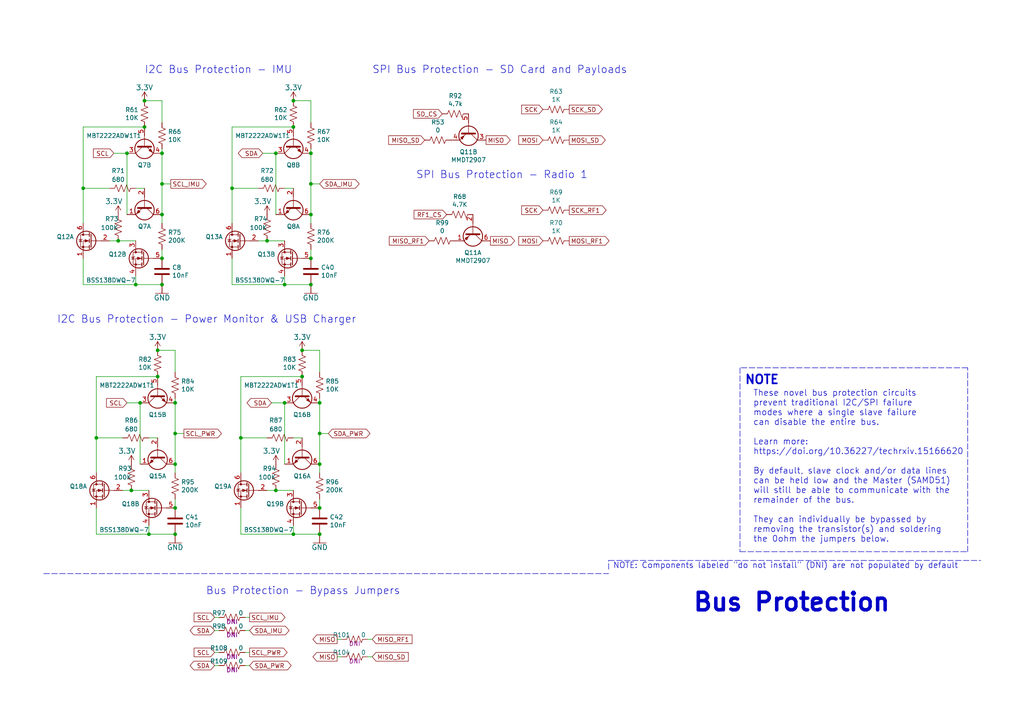
<source format=kicad_sch>
(kicad_sch (version 20211123) (generator eeschema)
  (paper "A4")
  (title_block (title "PyCubed Mainboard") (date "2021-06-09") (rev "v05c") (company "Max Holliday"))
  (lib_symbols
    (symbol "Device:C" (pin_numbers hide) (pin_names (offset 0.254))
      (property "Reference" "C" (at 0.635 2.54 0))
      (property "Value" "C" (at 0.635 -2.54 0))
      (symbol "C_0_1"
        (polyline (pts (xy -2.032 -0.762) (xy 2.032 -0.762)) (stroke (width 0.508)))
        (polyline (pts (xy -2.032 0.762) (xy 2.032 0.762)) (stroke (width 0.508)))
      )
      (symbol "C_1_1"
        (pin passive line (at 0 3.81 270) (length 2.794) (name "~") (number "1"))
        (pin passive line (at 0 -3.81 90) (length 2.794) (name "~") (number "2"))
      )
    )
    (symbol "Device:R_US" (pin_numbers hide) (pin_names (offset 0))
      (property "Reference" "R" (at 2.54 0 90))
      (property "Value" "R_US" (at -2.54 0 90))
      (symbol "R_US_0_1"
        (polyline (pts (xy 0 -2.286) (xy 0 -2.54)))
        (polyline (pts (xy 0 2.286) (xy 0 2.54)))
        (polyline (pts (xy 0 -0.762) (xy 1.016 -1.143) (xy 0 -1.524) (xy -1.016 -1.905) (xy 0 -2.286)))
        (polyline (pts (xy 0 0.762) (xy 1.016 0.381) (xy 0 0) (xy -1.016 -0.381) (xy 0 -0.762)))
        (polyline (pts (xy 0 2.286) (xy 1.016 1.905) (xy 0 1.524) (xy -1.016 1.143) (xy 0 0.762)))
      )
      (symbol "R_US_1_1"
        (pin passive line (at 0 3.81 270) (length 1.27) (name "~") (number "1"))
        (pin passive line (at 0 -3.81 90) (length 1.27) (name "~") (number "2"))
      )
    )
    (symbol "Transistor_BJT:MBT2222ADW1T1" (pin_names (offset 0) hide)
      (property "Reference" "Q" (at 5.08 1.27 0))
      (property "Value" "MBT2222ADW1T1" (at 5.08 -1.27 0))
      (symbol "MBT2222ADW1T1_0_1"
        (polyline (pts (xy 0.635 0) (xy -2.54 0)))
        (polyline (pts (xy 0.635 0.635) (xy 2.54 2.54)))
        (polyline (pts (xy 0.635 -0.635) (xy 2.54 -2.54) (xy 2.54 -2.54)))
        (polyline (pts (xy 0.635 1.905) (xy 0.635 -1.905) (xy 0.635 -1.905)) (stroke (width 0.508)))
        (polyline (pts (xy 1.27 -1.778) (xy 1.778 -1.27) (xy 2.286 -2.286) (xy 1.27 -1.778) (xy 1.27 -1.778)) (fill (type outline)))
        (circle (center 1.27 0) (radius 2.8194) (stroke (width 0.254)))
      )
      (symbol "MBT2222ADW1T1_1_1"
        (pin passive line (at 2.54 -5.08 90) (length 2.54) (name "E1") (number "1"))
        (pin input line (at -5.08 0 0) (length 2.54) (name "B1") (number "2"))
        (pin passive line (at 2.54 5.08 270) (length 2.54) (name "C1") (number "6"))
      )
      (symbol "MBT2222ADW1T1_2_1"
        (pin passive line (at 2.54 5.08 270) (length 2.54) (name "C2") (number "3"))
        (pin passive line (at 2.54 -5.08 90) (length 2.54) (name "E2") (number "4"))
        (pin input line (at -5.08 0 0) (length 2.54) (name "B2") (number "5"))
      )
    )
    (symbol "mainboard:3.3V" (power) (pin_names (offset 1.016))
      (property "Value" "3.3V" (at -1.016 3.556 0))
      (symbol "3.3V_1_0"
        (polyline (pts (xy 0 2.54) (xy -0.762 1.27)))
        (polyline (pts (xy 0.762 1.27) (xy 0 2.54)))
        (pin power_in line (at 0 0 90) (length 2.54) (name "3.3V") (number "1"))
      )
    )
    (symbol "mainboard:BSS138DWQ-7" (pin_names (offset 0.762) hide)
      (property "Reference" "Q" (at -2.54 5.08 0))
      (property "Value" "BSS138DWQ-7" (at 3.81 6.35 0))
      (symbol "BSS138DWQ-7_1_1"
        (polyline (pts (xy -1.016 0) (xy -3.81 0)))
        (polyline (pts (xy -1.016 1.905) (xy -1.016 -1.905)) (stroke (width 0.254)))
        (polyline (pts (xy -0.508 -1.27) (xy -0.508 -2.286)) (stroke (width 0.254)))
        (polyline (pts (xy -0.508 0.508) (xy -0.508 -0.508)) (stroke (width 0.254)))
        (polyline (pts (xy -0.508 2.286) (xy -0.508 1.27)) (stroke (width 0.254)))
        (polyline (pts (xy 1.27 2.54) (xy 1.27 1.778)))
        (polyline (pts (xy 1.27 -2.54) (xy 1.27 0) (xy -0.508 0)))
        (polyline (pts (xy -0.508 -1.778) (xy 2.032 -1.778) (xy 2.032 1.778) (xy -0.508 1.778)))
        (polyline (pts (xy -0.254 0) (xy 0.762 0.381) (xy 0.762 -0.381) (xy -0.254 0)) (fill (type outline)))
        (polyline (pts (xy 1.524 0.508) (xy 1.651 0.381) (xy 2.413 0.381) (xy 2.54 0.254)))
        (polyline (pts (xy 2.032 0.381) (xy 1.651 -0.254) (xy 2.413 -0.254) (xy 2.032 0.381)))
        (circle (center 0.381 0) (radius 2.794) (stroke (width 0.254)))
        (circle (center 1.27 -1.778) (radius 0.254) (fill (type outline)))
        (circle (center 1.27 1.778) (radius 0.254) (fill (type outline)))
        (pin passive line (at 1.27 -5.08 90) (length 2.54) (name "S2") (number "1"))
        (pin input line (at -6.35 0 0) (length 2.54) (name "G2") (number "2"))
        (pin passive line (at 1.27 5.08 270) (length 2.54) (name "D1") (number "6"))
      )
      (symbol "BSS138DWQ-7_2_1"
        (polyline (pts (xy -1.016 0) (xy -3.81 0)))
        (polyline (pts (xy -1.016 1.905) (xy -1.016 -1.905)) (stroke (width 0.254)))
        (polyline (pts (xy -0.508 -1.27) (xy -0.508 -2.286)) (stroke (width 0.254)))
        (polyline (pts (xy -0.508 0.508) (xy -0.508 -0.508)) (stroke (width 0.254)))
        (polyline (pts (xy -0.508 2.286) (xy -0.508 1.27)) (stroke (width 0.254)))
        (polyline (pts (xy 1.27 2.54) (xy 1.27 1.778)))
        (polyline (pts (xy 1.27 -2.54) (xy 1.27 0) (xy -0.508 0)))
        (polyline (pts (xy -0.508 -1.778) (xy 2.032 -1.778) (xy 2.032 1.778) (xy -0.508 1.778)))
        (polyline (pts (xy -0.254 0) (xy 0.762 0.381) (xy 0.762 -0.381) (xy -0.254 0)) (fill (type outline)))
        (polyline (pts (xy 1.524 0.508) (xy 1.651 0.381) (xy 2.413 0.381) (xy 2.54 0.254)))
        (polyline (pts (xy 2.032 0.381) (xy 1.651 -0.254) (xy 2.413 -0.254) (xy 2.032 0.381)))
        (circle (center 0.381 0) (radius 2.794) (stroke (width 0.254)))
        (circle (center 1.27 -1.778) (radius 0.254) (fill (type outline)))
        (circle (center 1.27 1.778) (radius 0.254) (fill (type outline)))
        (pin passive line (at 1.27 5.08 270) (length 2.54) (name "D2") (number "3"))
        (pin passive line (at 1.27 -5.08 90) (length 2.54) (name "S1") (number "4"))
        (pin input line (at -6.35 0 0) (length 2.54) (name "G1") (number "5"))
      )
    )
    (symbol "mainboard:GND" (power) (pin_names (offset 1.016))
      (property "Value" "GND" (at -2.54 -2.54 0))
      (symbol "GND_1_0"
        (polyline (pts (xy -1.905 0) (xy 1.905 0)))
        (pin power_in line (at 0 2.54 270) (length 2.54) (name "GND") (number "1"))
      )
    )
    (symbol "mainboard:MMDT2907" (pin_names (offset 0) hide)
      (property "Reference" "Q" (at 5.08 1.27 0))
      (property "Value" "MMDT2907" (at 5.08 -1.27 0))
      (symbol "MMDT2907_0_1"
        (polyline (pts (xy 0.635 0) (xy -2.54 0)))
        (polyline (pts (xy 0.635 0.635) (xy 2.54 2.54)))
        (polyline (pts (xy 0.635 -0.635) (xy 2.54 -2.54) (xy 2.54 -2.54)))
        (polyline (pts (xy 0.635 1.905) (xy 0.635 -1.905) (xy 0.635 -1.905)) (stroke (width 0.508)))
        (polyline (pts (xy 2.286 -1.778) (xy 1.778 -2.286) (xy 1.27 -1.27) (xy 2.286 -1.778) (xy 2.286 -1.778)) (fill (type outline)))
        (circle (center 1.27 0) (radius 2.8194) (stroke (width 0.254)))
      )
      (symbol "MMDT2907_1_1"
        (pin passive line (at 2.54 -5.08 90) (length 2.54) (name "E1") (number "1"))
        (pin input line (at -5.08 0 0) (length 2.54) (name "B1") (number "2"))
        (pin passive line (at 2.54 5.08 270) (length 2.54) (name "C1") (number "6"))
      )
      (symbol "MMDT2907_2_1"
        (pin passive line (at 2.54 5.08 270) (length 2.54) (name "C2") (number "3"))
        (pin passive line (at 2.54 -5.08 90) (length 2.54) (name "E2") (number "4"))
        (pin input line (at -5.08 0 0) (length 2.54) (name "B2") (number "5"))
      )
    )
  )
  (junction (at 92.71 125.73))
  (junction (at 50.8 154.94))
  (junction (at 50.8 116.84))
  (junction (at 92.71 116.84))
  (junction (at 92.71 147.32))
  (junction (at 46.99 44.45))
  (junction (at 41.91 29.21))
  (junction (at 38.1 142.24))
  (junction (at 46.99 53.34))
  (junction (at 80.01 142.24))
  (junction (at 92.71 154.94))
  (junction (at 50.8 125.73))
  (junction (at 90.17 82.55))
  (junction (at 46.99 62.23))
  (junction (at 34.29 69.85))
  (junction (at 87.63 109.22))
  (junction (at 46.99 82.55))
  (junction (at 92.71 134.62))
  (junction (at 87.63 101.6))
  (junction (at 77.47 69.85))
  (junction (at 46.99 74.93))
  (junction (at 69.85 127))
  (junction (at 82.55 116.84))
  (junction (at 85.09 36.83))
  (junction (at 67.31 54.61))
  (junction (at 40.64 116.84))
  (junction (at 90.17 62.23))
  (junction (at 45.72 101.6))
  (junction (at 41.91 36.83))
  (junction (at 45.72 109.22))
  (junction (at 90.17 44.45))
  (junction (at 50.8 134.62))
  (junction (at 85.09 29.21))
  (junction (at 85.09 154.94))
  (junction (at 90.17 53.34))
  (junction (at 36.83 44.45))
  (junction (at 80.01 44.45))
  (junction (at 39.37 82.55))
  (junction (at 24.13 54.61))
  (junction (at 43.18 154.94))
  (junction (at 50.8 147.32))
  (junction (at 82.55 82.55))
  (junction (at 27.94 127))
  (junction (at 90.17 74.93))
  (wire (pts (xy 67.31 36.83) (xy 85.09 36.83)))
  (polyline (pts (xy 176.53 165.1) (xy 176.53 162.56)))
  (wire (pts (xy 67.31 64.77) (xy 67.31 54.61)))
  (wire (pts (xy 92.71 101.6) (xy 87.63 101.6)))
  (wire (pts (xy 107.95 185.42) (xy 106.68 185.42)))
  (wire (pts (xy 50.8 137.16) (xy 50.8 134.62)))
  (wire (pts (xy 46.99 29.21) (xy 41.91 29.21)))
  (wire (pts (xy 69.85 137.16) (xy 69.85 127)))
  (wire (pts (xy 50.8 134.62) (xy 50.8 125.73)))
  (wire (pts (xy 46.99 35.56) (xy 46.99 29.21)))
  (wire (pts (xy 80.01 44.45) (xy 80.01 62.23)))
  (wire (pts (xy 38.1 142.24) (xy 35.56 142.24)))
  (wire (pts (xy 107.95 190.5) (xy 106.68 190.5)))
  (wire (pts (xy 92.71 144.78) (xy 92.71 147.32)))
  (wire (pts (xy 72.39 182.88) (xy 71.12 182.88)))
  (wire (pts (xy 36.83 116.84) (xy 40.64 116.84)))
  (wire (pts (xy 24.13 82.55) (xy 39.37 82.55)))
  (wire (pts (xy 85.09 54.61) (xy 82.55 54.61)))
  (wire (pts (xy 85.09 152.4) (xy 85.09 154.94)))
  (wire (pts (xy 27.94 137.16) (xy 27.94 127)))
  (wire (pts (xy 33.02 44.45) (xy 36.83 44.45)))
  (wire (pts (xy 27.94 127) (xy 27.94 109.22)))
  (wire (pts (xy 24.13 74.93) (xy 24.13 82.55)))
  (wire (pts (xy 90.17 29.21) (xy 85.09 29.21)))
  (wire (pts (xy 72.39 193.04) (xy 71.12 193.04)))
  (wire (pts (xy 39.37 69.85) (xy 34.29 69.85)))
  (wire (pts (xy 92.71 53.34) (xy 90.17 53.34)))
  (wire (pts (xy 46.99 64.77) (xy 46.99 62.23)))
  (wire (pts (xy 34.29 69.85) (xy 31.75 69.85)))
  (wire (pts (xy 36.83 44.45) (xy 36.83 62.23)))
  (wire (pts (xy 62.23 193.04) (xy 63.5 193.04)))
  (wire (pts (xy 80.01 142.24) (xy 77.47 142.24)))
  (wire (pts (xy 90.17 35.56) (xy 90.17 29.21)))
  (wire (pts (xy 82.55 82.55) (xy 90.17 82.55)))
  (wire (pts (xy 85.09 142.24) (xy 80.01 142.24)))
  (polyline (pts (xy 280.67 160.02) (xy 280.67 106.68)))
  (wire (pts (xy 45.72 127) (xy 43.18 127)))
  (wire (pts (xy 90.17 43.18) (xy 90.17 44.45)))
  (polyline (pts (xy 280.67 106.68) (xy 214.63 106.68)))
  (wire (pts (xy 69.85 127) (xy 69.85 109.22)))
  (wire (pts (xy 69.85 127) (xy 77.47 127)))
  (wire (pts (xy 97.79 190.5) (xy 99.06 190.5)))
  (wire (pts (xy 62.23 182.88) (xy 63.5 182.88)))
  (wire (pts (xy 69.85 109.22) (xy 87.63 109.22)))
  (wire (pts (xy 90.17 62.23) (xy 90.17 53.34)))
  (wire (pts (xy 43.18 142.24) (xy 38.1 142.24)))
  (wire (pts (xy 50.8 144.78) (xy 50.8 147.32)))
  (polyline (pts (xy 176.53 162.56) (xy 284.48 162.56)))
  (wire (pts (xy 39.37 82.55) (xy 46.99 82.55)))
  (wire (pts (xy 82.55 80.01) (xy 82.55 82.55)))
  (wire (pts (xy 46.99 72.39) (xy 46.99 74.93)))
  (wire (pts (xy 24.13 54.61) (xy 31.75 54.61)))
  (wire (pts (xy 77.47 69.85) (xy 74.93 69.85)))
  (wire (pts (xy 76.2 44.45) (xy 80.01 44.45)))
  (polyline (pts (xy 214.63 106.68) (xy 214.63 160.02)))
  (wire (pts (xy 90.17 53.34) (xy 90.17 44.45)))
  (wire (pts (xy 92.71 107.95) (xy 92.71 101.6)))
  (wire (pts (xy 46.99 43.18) (xy 46.99 44.45)))
  (wire (pts (xy 46.99 53.34) (xy 46.99 44.45)))
  (wire (pts (xy 90.17 64.77) (xy 90.17 62.23)))
  (wire (pts (xy 50.8 115.57) (xy 50.8 116.84)))
  (wire (pts (xy 97.79 185.42) (xy 99.06 185.42)))
  (wire (pts (xy 40.64 116.84) (xy 40.64 134.62)))
  (wire (pts (xy 67.31 54.61) (xy 67.31 36.83)))
  (wire (pts (xy 72.39 189.23) (xy 71.12 189.23)))
  (wire (pts (xy 62.23 179.07) (xy 63.5 179.07)))
  (wire (pts (xy 92.71 115.57) (xy 92.71 116.84)))
  (wire (pts (xy 67.31 74.93) (xy 67.31 82.55)))
  (wire (pts (xy 49.53 53.34) (xy 46.99 53.34)))
  (wire (pts (xy 69.85 154.94) (xy 85.09 154.94)))
  (wire (pts (xy 24.13 64.77) (xy 24.13 54.61)))
  (wire (pts (xy 27.94 147.32) (xy 27.94 154.94)))
  (wire (pts (xy 27.94 109.22) (xy 45.72 109.22)))
  (wire (pts (xy 27.94 154.94) (xy 43.18 154.94)))
  (wire (pts (xy 92.71 137.16) (xy 92.71 134.62)))
  (wire (pts (xy 46.99 62.23) (xy 46.99 53.34)))
  (wire (pts (xy 39.37 80.01) (xy 39.37 82.55)))
  (wire (pts (xy 85.09 154.94) (xy 92.71 154.94)))
  (wire (pts (xy 50.8 107.95) (xy 50.8 101.6)))
  (wire (pts (xy 72.39 179.07) (xy 71.12 179.07)))
  (wire (pts (xy 95.25 125.73) (xy 92.71 125.73)))
  (wire (pts (xy 24.13 36.83) (xy 41.91 36.83)))
  (wire (pts (xy 43.18 152.4) (xy 43.18 154.94)))
  (wire (pts (xy 78.74 116.84) (xy 82.55 116.84)))
  (wire (pts (xy 82.55 69.85) (xy 77.47 69.85)))
  (wire (pts (xy 41.91 54.61) (xy 39.37 54.61)))
  (wire (pts (xy 92.71 125.73) (xy 92.71 116.84)))
  (polyline (pts (xy 12.7 166.37) (xy 176.53 166.37)))
  (wire (pts (xy 24.13 54.61) (xy 24.13 36.83)))
  (wire (pts (xy 90.17 72.39) (xy 90.17 74.93)))
  (wire (pts (xy 69.85 147.32) (xy 69.85 154.94)))
  (wire (pts (xy 53.34 125.73) (xy 50.8 125.73)))
  (wire (pts (xy 82.55 116.84) (xy 82.55 134.62)))
  (wire (pts (xy 50.8 125.73) (xy 50.8 116.84)))
  (wire (pts (xy 67.31 82.55) (xy 82.55 82.55)))
  (wire (pts (xy 50.8 101.6) (xy 45.72 101.6)))
  (wire (pts (xy 43.18 154.94) (xy 50.8 154.94)))
  (wire (pts (xy 87.63 127) (xy 85.09 127)))
  (wire (pts (xy 67.31 54.61) (xy 74.93 54.61)))
  (polyline (pts (xy 214.63 160.02) (xy 280.67 160.02)))
  (wire (pts (xy 62.23 189.23) (xy 63.5 189.23)))
  (wire (pts (xy 27.94 127) (xy 35.56 127)))
  (wire (pts (xy 92.71 134.62) (xy 92.71 125.73)))
  (text "Bus Protection - Bypass Jumpers" (at 59.69 172.72 0) (effects (font (size 2.159 2.159)) (justify left bottom)))
  (text "SPI Bus Protection - Radio 1" (at 120.65 52.07 0) (effects (font (size 2.159 2.159)) (justify left bottom)))
  (text "These novel bus protection circuits\nprevent traditional I2C/SPI failure \nmodes where a single slave failure\ncan disable the entire bus.\n\nLearn more: \nhttps://doi.org/10.36227/techrxiv.15166620\n\nBy default, slave clock and/or data lines \ncan be held low and the Master (SAMD51) \nwill still be able to communicate with the \nremainder of the bus.\n\nThey can individually be bypassed by \nremoving the transistor(s) and soldering\nthe 0ohm the jumpers below." (at 218.44 157.48 0) (effects (font (size 1.7526 1.7526)) (justify left bottom)))
  (text "SPI Bus Protection - SD Card and Payloads" (at 107.95 21.59 0) (effects (font (size 2.159 2.159)) (justify left bottom)))
  (text "I2C Bus Protection - IMU" (at 41.91 21.59 0) (effects (font (size 2.159 2.159)) (justify left bottom)))
  (text "NOTE: Components labeled \"do not install\" (DNI) are not populated by default" (at 177.8 165.1 0) (effects (font (size 1.651 1.651)) (justify left bottom)))
  (text "Bus Protection" (at 200.66 177.8 0) (effects (font (size 5.08 5.08) (thickness 1.016) bold) (justify left bottom)))
  (text "NOTE" (at 215.9 111.76 0) (effects (font (size 2.54 2.54) (thickness 0.508) bold) (justify left bottom)))
  (text "I2C Bus Protection - Power Monitor & USB Charger" (at 16.51 93.98 0) (effects (font (size 2.159 2.159)) (justify left bottom)))
  (global_label "SDA_IMU" (shape bidirectional) (at 92.71 53.34 0) (property "Intersheet References" "${INTERSHEET_REFS}" (effects hide)))
  (global_label "SCL" (shape input) (at 62.23 179.07 180) (property "Intersheet References" "${INTERSHEET_REFS}" (effects hide)))
  (global_label "MISO_SD" (shape input) (at 107.95 190.5 0) (property "Intersheet References" "${INTERSHEET_REFS}" (effects hide)))
  (global_label "SCL_IMU" (shape output) (at 49.53 53.34 0) (property "Intersheet References" "${INTERSHEET_REFS}" (effects hide)))
  (global_label "MISO_SD" (shape input) (at 123.19 40.64 180) (property "Intersheet References" "${INTERSHEET_REFS}" (effects hide)))
  (global_label "SCK_RF1" (shape output) (at 165.1 60.96 0) (property "Intersheet References" "${INTERSHEET_REFS}" (effects hide)))
  (global_label "SDA" (shape bidirectional) (at 62.23 182.88 180) (property "Intersheet References" "${INTERSHEET_REFS}" (effects hide)))
  (global_label "SD_CS" (shape input) (at 128.27 33.02 180) (property "Intersheet References" "${INTERSHEET_REFS}" (effects hide)))
  (global_label "SCK" (shape input) (at 157.48 60.96 180) (property "Intersheet References" "${INTERSHEET_REFS}" (effects hide)))
  (global_label "SCL_PWR" (shape output) (at 72.39 189.23 0) (property "Intersheet References" "${INTERSHEET_REFS}" (effects hide)))
  (global_label "MISO" (shape output) (at 97.79 190.5 180) (property "Intersheet References" "${INTERSHEET_REFS}" (effects hide)))
  (global_label "SCL" (shape input) (at 33.02 44.45 180) (property "Intersheet References" "${INTERSHEET_REFS}" (effects hide)))
  (global_label "SCK" (shape input) (at 157.48 31.75 180) (property "Intersheet References" "${INTERSHEET_REFS}" (effects hide)))
  (global_label "SCL_IMU" (shape output) (at 72.39 179.07 0) (property "Intersheet References" "${INTERSHEET_REFS}" (effects hide)))
  (global_label "MOSI_SD" (shape output) (at 165.1 40.64 0) (property "Intersheet References" "${INTERSHEET_REFS}" (effects hide)))
  (global_label "MISO_RF1" (shape input) (at 124.46 69.85 180) (property "Intersheet References" "${INTERSHEET_REFS}" (effects hide)))
  (global_label "SCK_SD" (shape output) (at 165.1 31.75 0) (property "Intersheet References" "${INTERSHEET_REFS}" (effects hide)))
  (global_label "MOSI_RF1" (shape output) (at 165.1 69.85 0) (property "Intersheet References" "${INTERSHEET_REFS}" (effects hide)))
  (global_label "SDA" (shape bidirectional) (at 78.74 116.84 180) (property "Intersheet References" "${INTERSHEET_REFS}" (effects hide)))
  (global_label "RF1_CS" (shape input) (at 129.54 62.23 180) (property "Intersheet References" "${INTERSHEET_REFS}" (effects hide)))
  (global_label "MISO" (shape output) (at 142.24 69.85 0) (property "Intersheet References" "${INTERSHEET_REFS}" (effects hide)))
  (global_label "SDA_IMU" (shape bidirectional) (at 72.39 182.88 0) (property "Intersheet References" "${INTERSHEET_REFS}" (effects hide)))
  (global_label "MISO" (shape output) (at 140.97 40.64 0) (property "Intersheet References" "${INTERSHEET_REFS}" (effects hide)))
  (global_label "MOSI" (shape input) (at 157.48 40.64 180) (property "Intersheet References" "${INTERSHEET_REFS}" (effects hide)))
  (global_label "MISO" (shape output) (at 97.79 185.42 180) (property "Intersheet References" "${INTERSHEET_REFS}" (effects hide)))
  (global_label "SCL" (shape input) (at 62.23 189.23 180) (property "Intersheet References" "${INTERSHEET_REFS}" (effects hide)))
  (global_label "SCL" (shape input) (at 36.83 116.84 180) (property "Intersheet References" "${INTERSHEET_REFS}" (effects hide)))
  (global_label "SDA_PWR" (shape bidirectional) (at 95.25 125.73 0) (property "Intersheet References" "${INTERSHEET_REFS}" (effects hide)))
  (global_label "SCL_PWR" (shape output) (at 53.34 125.73 0) (property "Intersheet References" "${INTERSHEET_REFS}" (effects hide)))
  (global_label "SDA" (shape bidirectional) (at 76.2 44.45 180) (property "Intersheet References" "${INTERSHEET_REFS}" (effects hide)))
  (global_label "SDA_PWR" (shape bidirectional) (at 72.39 193.04 0) (property "Intersheet References" "${INTERSHEET_REFS}" (effects hide)))
  (global_label "MOSI" (shape input) (at 157.48 69.85 180) (property "Intersheet References" "${INTERSHEET_REFS}" (effects hide)))
  (global_label "MISO_RF1" (shape input) (at 107.95 185.42 0) (property "Intersheet References" "${INTERSHEET_REFS}" (effects hide)))
  (global_label "SDA" (shape bidirectional) (at 62.23 193.04 180) (property "Intersheet References" "${INTERSHEET_REFS}" (effects hide)))
  (symbol (lib_id "mainboard:BSS138DWQ-7") (at 25.4 69.85 0) (mirror y) (unit 1)
    (property "Reference" "Q12" (at 21.463 68.6816 0) (effects (justify left)))
    (property "Value" "BSS138DWQ-7" (at 39.37 81.28 0) (effects (justify left)))
    (property "Footprint" "mainboard:BSS138DWQ-7" (effects hide))
    (property "Datasheet" "https://www.diodes.com/assets/Datasheets/BSS138DWQ.pdf" (effects hide))
    (property "Description" "Dual N-Channel MOSFET - 2NMOS" (effects hide))
    (property "Flight" "BSS138DWQ-7" (effects hide))
    (property "Manufacturer_Name" "Diodes Incorporated" (effects hide))
    (property "Manufacturer_Part_Number" "BSS138DWQ-7" (effects hide))
    (property "Proto" "BSS138DWQ-7" (effects hide))
  )
  (symbol (lib_id "mainboard:BSS138DWQ-7") (at 40.64 74.93 0) (mirror y) (unit 2)
    (property "Reference" "Q12" (at 36.703 73.7616 0) (effects (justify left)))
    (property "Value" "BSS138DWQ-7" (effects hide))
    (property "Footprint" "mainboard:BSS138DWQ-7" (effects hide))
    (property "Datasheet" "https://www.diodes.com/assets/Datasheets/BSS138DWQ.pdf" (effects hide))
    (property "Description" "Dual N-Channel MOSFET - 2NMOS" (effects hide))
    (property "Flight" "BSS138DWQ-7" (effects hide))
    (property "Manufacturer_Name" "Diodes Incorporated" (effects hide))
    (property "Manufacturer_Part_Number" "BSS138DWQ-7" (effects hide))
    (property "Proto" "BSS138DWQ-7" (effects hide))
  )
  (symbol (lib_id "Transistor_BJT:MBT2222ADW1T1") (at 41.91 59.69 270) (unit 1)
    (property "Reference" "Q7" (at 41.91 65.6844 90))
    (property "Value" "MBT2222ADW1T1" (effects hide))
    (property "Footprint" "Package_TO_SOT_SMD:SOT-363_SC-70-6" (effects hide))
    (property "Datasheet" "http://www.onsemi.com/pub_link/Collateral/MBT2222ADW1T1-D.PDF" (effects hide))
    (property "Description" "Dual NPN BJT - 2NPN" (effects hide))
    (property "Flight" "MBT2222ADW1T1G" (effects hide))
    (property "Manufacturer_Name" "ON Semiconductor" (effects hide))
    (property "Manufacturer_Part_Number" "MBT2222ADW1T1G" (effects hide))
    (property "Proto" "MBT2222ADW1T1G" (effects hide))
  )
  (symbol (lib_id "Transistor_BJT:MBT2222ADW1T1") (at 41.91 41.91 90) (mirror x) (unit 2)
    (property "Reference" "Q7" (at 41.91 47.879 90))
    (property "Value" "MBT2222ADW1T1" (at 33.02 39.37 90))
    (property "Footprint" "Package_TO_SOT_SMD:SOT-363_SC-70-6" (effects hide))
    (property "Datasheet" "http://www.onsemi.com/pub_link/Collateral/MBT2222ADW1T1-D.PDF" (effects hide))
    (property "Description" "Dual NPN BJT - 2NPN" (effects hide))
    (property "Flight" "MBT2222ADW1T1G" (effects hide))
    (property "Manufacturer_Name" "ON Semiconductor" (effects hide))
    (property "Manufacturer_Part_Number" "MBT2222ADW1T1G" (effects hide))
    (property "Proto" "MBT2222ADW1T1G" (effects hide))
  )
  (symbol (lib_id "Device:C") (at 46.99 78.74 0) (unit 1)
    (property "Reference" "C8" (at 49.911 77.5716 0) (effects (justify left)))
    (property "Value" "10nF" (at 49.911 79.883 0) (effects (justify left)))
    (property "Footprint" "Capacitor_SMD:C_0603_1608Metric" (effects hide))
    (property "Description" "10nF +-10% 50V X7R" (effects hide))
  )
  (symbol (lib_id "mainboard:GND") (at 46.99 85.09 0) (unit 1)
    (property "Reference" "#GND045" (effects hide))
    (property "Value" "GND" (at 46.99 86.36 0) (effects (font (size 1.4986 1.4986))))
  )
  (symbol (lib_id "Device:R_US") (at 46.99 39.37 0) (unit 1)
    (property "Reference" "R66" (at 48.7172 38.2016 0) (effects (justify left)))
    (property "Value" "10K" (at 48.7172 40.513 0) (effects (justify left)))
    (property "Footprint" "Resistor_SMD:R_0603_1608Metric" (effects hide))
    (property "Description" "10K 0603" (effects hide))
  )
  (symbol (lib_id "Device:R_US") (at 41.91 33.02 0) (unit 1)
    (property "Reference" "R61" (at 40.2082 31.8516 0) (effects (justify right)))
    (property "Value" "10K" (at 40.2082 34.163 0) (effects (justify right)))
    (property "Footprint" "Resistor_SMD:R_0603_1608Metric" (effects hide))
    (property "Description" "10K 0603" (effects hide))
  )
  (symbol (lib_id "mainboard:3.3V") (at 41.91 29.21 0) (unit 1)
    (property "Reference" "#P+01" (effects hide))
    (property "Value" "3.3V" (at 41.91 25.4 0) (effects (font (size 1.4986 1.4986))))
  )
  (symbol (lib_id "Device:R_US") (at 35.56 54.61 270) (unit 1)
    (property "Reference" "R71" (at 34.29 49.53 90))
    (property "Value" "680" (at 34.29 52.07 90))
    (property "Footprint" "Resistor_SMD:R_0603_1608Metric" (effects hide))
    (property "Description" "680 0603" (effects hide))
  )
  (symbol (lib_id "Device:R_US") (at 34.29 66.04 0) (unit 1)
    (property "Reference" "R73" (at 30.48 63.5 0) (effects (justify left)))
    (property "Value" "100K" (at 29.21 66.04 0) (effects (justify left)))
    (property "Footprint" "Resistor_SMD:R_0603_1608Metric" (effects hide))
    (property "Description" "100K 0603" (effects hide))
  )
  (symbol (lib_id "mainboard:3.3V") (at 34.29 62.23 0) (unit 1)
    (property "Reference" "#P+07" (effects hide))
    (property "Value" "3.3V" (at 33.02 58.42 0) (effects (font (size 1.4986 1.4986))))
  )
  (symbol (lib_id "Device:R_US") (at 46.99 68.58 0) (unit 1)
    (property "Reference" "R75" (at 48.7172 67.4116 0) (effects (justify left)))
    (property "Value" "200K" (at 48.7172 69.723 0) (effects (justify left)))
    (property "Footprint" "Resistor_SMD:R_0603_1608Metric" (effects hide))
    (property "Description" "200K 0603" (effects hide))
  )
  (symbol (lib_id "Transistor_BJT:MBT2222ADW1T1") (at 85.09 59.69 270) (unit 1)
    (property "Reference" "Q8" (at 85.09 65.6844 90))
    (property "Value" "MBT2222ADW1T1" (effects hide))
    (property "Footprint" "Package_TO_SOT_SMD:SOT-363_SC-70-6" (effects hide))
    (property "Datasheet" "http://www.onsemi.com/pub_link/Collateral/MBT2222ADW1T1-D.PDF" (effects hide))
    (property "Description" "Dual NPN BJT - 2NPN" (effects hide))
    (property "Flight" "MBT2222ADW1T1G" (effects hide))
    (property "Manufacturer_Name" "ON Semiconductor" (effects hide))
    (property "Manufacturer_Part_Number" "MBT2222ADW1T1G" (effects hide))
    (property "Proto" "MBT2222ADW1T1G" (effects hide))
  )
  (symbol (lib_id "Transistor_BJT:MBT2222ADW1T1") (at 85.09 41.91 90) (mirror x) (unit 2)
    (property "Reference" "Q8" (at 85.09 47.879 90))
    (property "Value" "MBT2222ADW1T1" (at 76.2 39.37 90))
    (property "Footprint" "Package_TO_SOT_SMD:SOT-363_SC-70-6" (effects hide))
    (property "Datasheet" "http://www.onsemi.com/pub_link/Collateral/MBT2222ADW1T1-D.PDF" (effects hide))
    (property "Description" "Dual NPN BJT - 2NPN" (effects hide))
    (property "Flight" "MBT2222ADW1T1G" (effects hide))
    (property "Manufacturer_Name" "ON Semiconductor" (effects hide))
    (property "Manufacturer_Part_Number" "MBT2222ADW1T1G" (effects hide))
    (property "Proto" "MBT2222ADW1T1G" (effects hide))
  )
  (symbol (lib_id "Device:C") (at 90.17 78.74 0) (unit 1)
    (property "Reference" "C40" (at 93.091 77.5716 0) (effects (justify left)))
    (property "Value" "10nF" (at 93.091 79.883 0) (effects (justify left)))
    (property "Footprint" "Capacitor_SMD:C_0603_1608Metric" (effects hide))
    (property "Description" "10nF +-10% 50V X7R" (effects hide))
  )
  (symbol (lib_id "mainboard:GND") (at 90.17 85.09 0) (unit 1)
    (property "Reference" "#GND046" (effects hide))
    (property "Value" "GND" (at 90.17 86.36 0) (effects (font (size 1.4986 1.4986))))
  )
  (symbol (lib_id "Device:R_US") (at 85.09 33.02 0) (unit 1)
    (property "Reference" "R62" (at 83.3882 31.8516 0) (effects (justify right)))
    (property "Value" "10K" (at 83.3882 34.163 0) (effects (justify right)))
    (property "Footprint" "Resistor_SMD:R_0603_1608Metric" (effects hide))
    (property "Description" "10K 0603" (effects hide))
  )
  (symbol (lib_id "mainboard:3.3V") (at 85.09 29.21 0) (unit 1)
    (property "Reference" "#P+02" (effects hide))
    (property "Value" "3.3V" (at 85.09 25.4 0) (effects (font (size 1.4986 1.4986))))
  )
  (symbol (lib_id "Device:R_US") (at 78.74 54.61 270) (unit 1)
    (property "Reference" "R72" (at 77.47 49.53 90))
    (property "Value" "680" (at 77.47 52.07 90))
    (property "Footprint" "Resistor_SMD:R_0603_1608Metric" (effects hide))
    (property "Description" "680 0603" (effects hide))
  )
  (symbol (lib_id "mainboard:BSS138DWQ-7") (at 83.82 74.93 0) (mirror y) (unit 2)
    (property "Reference" "Q13" (at 79.883 73.7616 0) (effects (justify left)))
    (property "Value" "BSS138DWQ-7" (effects hide))
    (property "Footprint" "mainboard:BSS138DWQ-7" (effects hide))
    (property "Datasheet" "https://www.diodes.com/assets/Datasheets/BSS138DWQ.pdf" (effects hide))
    (property "Description" "Dual N-Channel MOSFET - 2NMOS" (effects hide))
    (property "Flight" "BSS138DWQ-7" (effects hide))
    (property "Manufacturer_Name" "Diodes Incorporated" (effects hide))
    (property "Manufacturer_Part_Number" "BSS138DWQ-7" (effects hide))
    (property "Proto" "BSS138DWQ-7" (effects hide))
  )
  (symbol (lib_id "Device:R_US") (at 90.17 68.58 0) (unit 1)
    (property "Reference" "R76" (at 91.8972 67.4116 0) (effects (justify left)))
    (property "Value" "200K" (at 91.8972 69.723 0) (effects (justify left)))
    (property "Footprint" "Resistor_SMD:R_0603_1608Metric" (effects hide))
    (property "Description" "200K 0603" (effects hide))
  )
  (symbol (lib_id "mainboard:3.3V") (at 77.47 62.23 0) (unit 1)
    (property "Reference" "#P+08" (effects hide))
    (property "Value" "3.3V" (at 76.2 58.42 0) (effects (font (size 1.4986 1.4986))))
  )
  (symbol (lib_id "Device:R_US") (at 77.47 66.04 0) (unit 1)
    (property "Reference" "R74" (at 73.66 63.5 0) (effects (justify left)))
    (property "Value" "100K" (at 72.39 66.04 0) (effects (justify left)))
    (property "Footprint" "Resistor_SMD:R_0603_1608Metric" (effects hide))
    (property "Description" "100K 0603" (effects hide))
  )
  (symbol (lib_id "mainboard:BSS138DWQ-7") (at 68.58 69.85 0) (mirror y) (unit 1)
    (property "Reference" "Q13" (at 64.643 68.6816 0) (effects (justify left)))
    (property "Value" "BSS138DWQ-7" (at 82.55 81.28 0) (effects (justify left)))
    (property "Footprint" "mainboard:BSS138DWQ-7" (effects hide))
    (property "Datasheet" "https://www.diodes.com/assets/Datasheets/BSS138DWQ.pdf" (effects hide))
    (property "Description" "Dual N-Channel MOSFET - 2NMOS" (effects hide))
    (property "Flight" "BSS138DWQ-7" (effects hide))
    (property "Manufacturer_Name" "Diodes Incorporated" (effects hide))
    (property "Manufacturer_Part_Number" "BSS138DWQ-7" (effects hide))
    (property "Proto" "BSS138DWQ-7" (effects hide))
  )
  (symbol (lib_id "Device:R_US") (at 90.17 39.37 0) (unit 1)
    (property "Reference" "R67" (at 91.8972 38.2016 0) (effects (justify left)))
    (property "Value" "10K" (at 91.8972 40.513 0) (effects (justify left)))
    (property "Footprint" "Resistor_SMD:R_0603_1608Metric" (effects hide))
    (property "Description" "10K 0603" (effects hide))
  )
  (symbol (lib_id "Transistor_BJT:MBT2222ADW1T1") (at 45.72 114.3 90) (mirror x) (unit 2)
    (property "Reference" "Q15" (at 45.72 120.269 90))
    (property "Value" "MBT2222ADW1T1" (at 36.83 111.76 90))
    (property "Footprint" "Package_TO_SOT_SMD:SOT-363_SC-70-6" (effects hide))
    (property "Datasheet" "http://www.onsemi.com/pub_link/Collateral/MBT2222ADW1T1-D.PDF" (effects hide))
    (property "Description" "Dual NPN BJT - 2NPN" (effects hide))
    (property "Flight" "MBT2222ADW1T1G" (effects hide))
    (property "Manufacturer_Name" "ON Semiconductor" (effects hide))
    (property "Manufacturer_Part_Number" "MBT2222ADW1T1G" (effects hide))
    (property "Proto" "MBT2222ADW1T1G" (effects hide))
  )
  (symbol (lib_id "Device:C") (at 50.8 151.13 0) (unit 1)
    (property "Reference" "C41" (at 53.721 149.9616 0) (effects (justify left)))
    (property "Value" "10nF" (at 53.721 152.273 0) (effects (justify left)))
    (property "Footprint" "Capacitor_SMD:C_0603_1608Metric" (effects hide))
    (property "Description" "10nF +-10% 50V X7R" (effects hide))
  )
  (symbol (lib_id "mainboard:GND") (at 50.8 157.48 0) (unit 1)
    (property "Reference" "#GND050" (effects hide))
    (property "Value" "GND" (at 50.8 158.75 0) (effects (font (size 1.4986 1.4986))))
  )
  (symbol (lib_id "Device:R_US") (at 45.72 105.41 0) (unit 1)
    (property "Reference" "R82" (at 44.0182 104.2416 0) (effects (justify right)))
    (property "Value" "10K" (at 44.0182 106.553 0) (effects (justify right)))
    (property "Footprint" "Resistor_SMD:R_0603_1608Metric" (effects hide))
    (property "Description" "10K 0603" (effects hide))
  )
  (symbol (lib_id "mainboard:3.3V") (at 45.72 101.6 0) (unit 1)
    (property "Reference" "#P+012" (effects hide))
    (property "Value" "3.3V" (at 45.72 97.79 0) (effects (font (size 1.4986 1.4986))))
  )
  (symbol (lib_id "Device:R_US") (at 39.37 127 270) (unit 1)
    (property "Reference" "R86" (at 38.1 121.92 90))
    (property "Value" "680" (at 38.1 124.46 90))
    (property "Footprint" "Resistor_SMD:R_0603_1608Metric" (effects hide))
    (property "Description" "680 0603" (effects hide))
  )
  (symbol (lib_id "mainboard:BSS138DWQ-7") (at 44.45 147.32 0) (mirror y) (unit 2)
    (property "Reference" "Q18" (at 40.513 146.1516 0) (effects (justify left)))
    (property "Value" "BSS138DWQ-7" (effects hide))
    (property "Footprint" "mainboard:BSS138DWQ-7" (effects hide))
    (property "Datasheet" "https://www.diodes.com/assets/Datasheets/BSS138DWQ.pdf" (effects hide))
    (property "Description" "Dual N-Channel MOSFET - 2NMOS" (effects hide))
    (property "Flight" "BSS138DWQ-7" (effects hide))
    (property "Manufacturer_Name" "Diodes Incorporated" (effects hide))
    (property "Manufacturer_Part_Number" "BSS138DWQ-7" (effects hide))
    (property "Proto" "BSS138DWQ-7" (effects hide))
  )
  (symbol (lib_id "Device:R_US") (at 50.8 140.97 0) (unit 1)
    (property "Reference" "R95" (at 52.5272 139.8016 0) (effects (justify left)))
    (property "Value" "200K" (at 52.5272 142.113 0) (effects (justify left)))
    (property "Footprint" "Resistor_SMD:R_0603_1608Metric" (effects hide))
    (property "Description" "200K 0603" (effects hide))
  )
  (symbol (lib_id "mainboard:3.3V") (at 38.1 134.62 0) (unit 1)
    (property "Reference" "#P+017" (effects hide))
    (property "Value" "3.3V" (at 36.83 130.81 0) (effects (font (size 1.4986 1.4986))))
  )
  (symbol (lib_id "Device:R_US") (at 38.1 138.43 0) (unit 1)
    (property "Reference" "R93" (at 34.29 135.89 0) (effects (justify left)))
    (property "Value" "100K" (at 33.02 138.43 0) (effects (justify left)))
    (property "Footprint" "Resistor_SMD:R_0603_1608Metric" (effects hide))
    (property "Description" "100K 0603" (effects hide))
  )
  (symbol (lib_id "mainboard:BSS138DWQ-7") (at 29.21 142.24 0) (mirror y) (unit 1)
    (property "Reference" "Q18" (at 25.273 141.0716 0) (effects (justify left)))
    (property "Value" "BSS138DWQ-7" (at 43.18 153.67 0) (effects (justify left)))
    (property "Footprint" "mainboard:BSS138DWQ-7" (effects hide))
    (property "Datasheet" "https://www.diodes.com/assets/Datasheets/BSS138DWQ.pdf" (effects hide))
    (property "Description" "Dual N-Channel MOSFET - 2NMOS" (effects hide))
    (property "Flight" "BSS138DWQ-7" (effects hide))
    (property "Manufacturer_Name" "Diodes Incorporated" (effects hide))
    (property "Manufacturer_Part_Number" "BSS138DWQ-7" (effects hide))
    (property "Proto" "BSS138DWQ-7" (effects hide))
  )
  (symbol (lib_id "Device:R_US") (at 50.8 111.76 0) (unit 1)
    (property "Reference" "R84" (at 52.5272 110.5916 0) (effects (justify left)))
    (property "Value" "10K" (at 52.5272 112.903 0) (effects (justify left)))
    (property "Footprint" "Resistor_SMD:R_0603_1608Metric" (effects hide))
    (property "Description" "10K 0603" (effects hide))
  )
  (symbol (lib_id "Transistor_BJT:MBT2222ADW1T1") (at 87.63 114.3 90) (mirror x) (unit 2)
    (property "Reference" "Q16" (at 87.63 120.269 90))
    (property "Value" "MBT2222ADW1T1" (at 78.74 111.76 90))
    (property "Footprint" "Package_TO_SOT_SMD:SOT-363_SC-70-6" (effects hide))
    (property "Datasheet" "http://www.onsemi.com/pub_link/Collateral/MBT2222ADW1T1-D.PDF" (effects hide))
    (property "Description" "Dual NPN BJT - 2NPN" (effects hide))
    (property "Flight" "MBT2222ADW1T1G" (effects hide))
    (property "Manufacturer_Name" "ON Semiconductor" (effects hide))
    (property "Manufacturer_Part_Number" "MBT2222ADW1T1G" (effects hide))
    (property "Proto" "MBT2222ADW1T1G" (effects hide))
  )
  (symbol (lib_id "Device:C") (at 92.71 151.13 0) (unit 1)
    (property "Reference" "C42" (at 95.631 149.9616 0) (effects (justify left)))
    (property "Value" "10nF" (at 95.631 152.273 0) (effects (justify left)))
    (property "Footprint" "Capacitor_SMD:C_0603_1608Metric" (effects hide))
    (property "Description" "10nF +-10% 50V X7R" (effects hide))
  )
  (symbol (lib_id "mainboard:GND") (at 92.71 157.48 0) (unit 1)
    (property "Reference" "#GND053" (effects hide))
    (property "Value" "GND" (at 92.71 158.75 0) (effects (font (size 1.4986 1.4986))))
  )
  (symbol (lib_id "Device:R_US") (at 87.63 105.41 0) (unit 1)
    (property "Reference" "R83" (at 85.9282 104.2416 0) (effects (justify right)))
    (property "Value" "10K" (at 85.9282 106.553 0) (effects (justify right)))
    (property "Footprint" "Resistor_SMD:R_0603_1608Metric" (effects hide))
    (property "Description" "10K 0603" (effects hide))
  )
  (symbol (lib_id "mainboard:3.3V") (at 87.63 101.6 0) (unit 1)
    (property "Reference" "#P+013" (effects hide))
    (property "Value" "3.3V" (at 87.63 97.79 0) (effects (font (size 1.4986 1.4986))))
  )
  (symbol (lib_id "Device:R_US") (at 81.28 127 270) (unit 1)
    (property "Reference" "R87" (at 80.01 121.92 90))
    (property "Value" "680" (at 80.01 124.46 90))
    (property "Footprint" "Resistor_SMD:R_0603_1608Metric" (effects hide))
    (property "Description" "680 0603" (effects hide))
  )
  (symbol (lib_id "mainboard:BSS138DWQ-7") (at 86.36 147.32 0) (mirror y) (unit 2)
    (property "Reference" "Q19" (at 82.423 146.1516 0) (effects (justify left)))
    (property "Value" "BSS138DWQ-7" (effects hide))
    (property "Footprint" "mainboard:BSS138DWQ-7" (effects hide))
    (property "Datasheet" "https://www.diodes.com/assets/Datasheets/BSS138DWQ.pdf" (effects hide))
    (property "Description" "Dual N-Channel MOSFET - 2NMOS" (effects hide))
    (property "Flight" "BSS138DWQ-7" (effects hide))
    (property "Manufacturer_Name" "Diodes Incorporated" (effects hide))
    (property "Manufacturer_Part_Number" "BSS138DWQ-7" (effects hide))
    (property "Proto" "BSS138DWQ-7" (effects hide))
  )
  (symbol (lib_id "Device:R_US") (at 92.71 140.97 0) (unit 1)
    (property "Reference" "R96" (at 94.4372 139.8016 0) (effects (justify left)))
    (property "Value" "200K" (at 94.4372 142.113 0) (effects (justify left)))
    (property "Footprint" "Resistor_SMD:R_0603_1608Metric" (effects hide))
    (property "Description" "200K 0603" (effects hide))
  )
  (symbol (lib_id "mainboard:3.3V") (at 80.01 134.62 0) (unit 1)
    (property "Reference" "#P+018" (effects hide))
    (property "Value" "3.3V" (at 78.74 130.81 0) (effects (font (size 1.4986 1.4986))))
  )
  (symbol (lib_id "Device:R_US") (at 80.01 138.43 0) (unit 1)
    (property "Reference" "R94" (at 76.2 135.89 0) (effects (justify left)))
    (property "Value" "100K" (at 74.93 138.43 0) (effects (justify left)))
    (property "Footprint" "Resistor_SMD:R_0603_1608Metric" (effects hide))
    (property "Description" "100K 0603" (effects hide))
  )
  (symbol (lib_id "mainboard:BSS138DWQ-7") (at 71.12 142.24 0) (mirror y) (unit 1)
    (property "Reference" "Q19" (at 67.183 141.0716 0) (effects (justify left)))
    (property "Value" "BSS138DWQ-7" (at 85.09 153.67 0) (effects (justify left)))
    (property "Footprint" "mainboard:BSS138DWQ-7" (effects hide))
    (property "Datasheet" "https://www.diodes.com/assets/Datasheets/BSS138DWQ.pdf" (effects hide))
    (property "Description" "Dual N-Channel MOSFET - 2NMOS" (effects hide))
    (property "Flight" "BSS138DWQ-7" (effects hide))
    (property "Manufacturer_Name" "Diodes Incorporated" (effects hide))
    (property "Manufacturer_Part_Number" "BSS138DWQ-7" (effects hide))
    (property "Proto" "BSS138DWQ-7" (effects hide))
  )
  (symbol (lib_id "Device:R_US") (at 92.71 111.76 0) (unit 1)
    (property "Reference" "R85" (at 94.4372 110.5916 0) (effects (justify left)))
    (property "Value" "10K" (at 94.4372 112.903 0) (effects (justify left)))
    (property "Footprint" "Resistor_SMD:R_0603_1608Metric" (effects hide))
    (property "Description" "10K 0603" (effects hide))
  )
  (symbol (lib_id "Device:R_US") (at 133.35 62.23 270) (unit 1)
    (property "Reference" "R68" (at 133.35 57.023 90))
    (property "Value" "4.7K" (at 133.35 59.3344 90))
    (property "Footprint" "Resistor_SMD:R_0603_1608Metric" (effects hide))
    (property "Description" "4.7K 0603" (effects hide))
  )
  (symbol (lib_id "Device:R_US") (at 161.29 31.75 270) (unit 1)
    (property "Reference" "R63" (at 161.29 26.543 90))
    (property "Value" "1K" (at 161.29 28.8544 90))
    (property "Footprint" "Resistor_SMD:R_0603_1608Metric" (effects hide))
    (property "Description" "1K 0603" (effects hide))
  )
  (symbol (lib_id "Device:R_US") (at 161.29 60.96 270) (unit 1)
    (property "Reference" "R69" (at 161.29 55.753 90))
    (property "Value" "1K" (at 161.29 58.0644 90))
    (property "Footprint" "Resistor_SMD:R_0603_1608Metric" (effects hide))
    (property "Description" "1K 0603" (effects hide))
  )
  (symbol (lib_id "Device:R_US") (at 161.29 40.64 270) (unit 1)
    (property "Reference" "R64" (at 161.29 35.433 90))
    (property "Value" "1K" (at 161.29 37.7444 90))
    (property "Footprint" "Resistor_SMD:R_0603_1608Metric" (effects hide))
    (property "Description" "1K 0603" (effects hide))
  )
  (symbol (lib_id "Transistor_BJT:MBT2222ADW1T1") (at 45.72 132.08 270) (unit 1)
    (property "Reference" "Q15" (at 45.72 138.0744 90))
    (property "Value" "MBT2222ADW1T1" (effects hide))
    (property "Footprint" "Package_TO_SOT_SMD:SOT-363_SC-70-6" (effects hide))
    (property "Datasheet" "http://www.onsemi.com/pub_link/Collateral/MBT2222ADW1T1-D.PDF" (effects hide))
    (property "Description" "Dual NPN BJT - 2NPN" (effects hide))
    (property "Flight" "MBT2222ADW1T1G" (effects hide))
    (property "Manufacturer_Name" "ON Semiconductor" (effects hide))
    (property "Manufacturer_Part_Number" "MBT2222ADW1T1G" (effects hide))
    (property "Proto" "MBT2222ADW1T1G" (effects hide))
  )
  (symbol (lib_id "Transistor_BJT:MBT2222ADW1T1") (at 87.63 132.08 270) (unit 1)
    (property "Reference" "Q16" (at 87.63 138.0744 90))
    (property "Value" "MBT2222ADW1T1" (effects hide))
    (property "Footprint" "Package_TO_SOT_SMD:SOT-363_SC-70-6" (effects hide))
    (property "Datasheet" "http://www.onsemi.com/pub_link/Collateral/MBT2222ADW1T1-D.PDF" (effects hide))
    (property "Description" "Dual NPN BJT - 2NPN" (effects hide))
    (property "Flight" "MBT2222ADW1T1G" (effects hide))
    (property "Manufacturer_Name" "ON Semiconductor" (effects hide))
    (property "Manufacturer_Part_Number" "MBT2222ADW1T1G" (effects hide))
    (property "Proto" "MBT2222ADW1T1G" (effects hide))
  )
  (symbol (lib_id "Device:R_US") (at 67.31 193.04 270) (unit 1)
    (property "Reference" "R109" (at 63.5 191.77 90))
    (property "Value" "0" (at 69.85 191.77 90))
    (property "Footprint" "Resistor_SMD:R_0603_1608Metric" (effects hide))
    (property "DNI" "DNI" (at 67.31 194.31 90))
    (property "Description" "0 0603" (effects hide))
  )
  (symbol (lib_id "Device:R_US") (at 67.31 179.07 270) (unit 1)
    (property "Reference" "R97" (at 63.5 177.8 90))
    (property "Value" "0" (at 69.85 177.8 90))
    (property "Footprint" "Resistor_SMD:R_0603_1608Metric" (effects hide))
    (property "DNI" "DNI" (at 67.31 180.34 90))
    (property "Description" "0 0603" (effects hide))
  )
  (symbol (lib_id "Device:R_US") (at 67.31 182.88 270) (unit 1)
    (property "Reference" "R98" (at 63.5 181.61 90))
    (property "Value" "0" (at 69.85 181.61 90))
    (property "Footprint" "Resistor_SMD:R_0603_1608Metric" (effects hide))
    (property "DNI" "DNI" (at 67.31 184.15 90))
    (property "Description" "0 0603" (effects hide))
  )
  (symbol (lib_id "Device:R_US") (at 102.87 185.42 270) (unit 1)
    (property "Reference" "R101" (at 99.06 184.15 90))
    (property "Value" "0" (at 105.41 184.15 90))
    (property "Footprint" "Resistor_SMD:R_0603_1608Metric" (effects hide))
    (property "DNI" "DNI" (at 102.87 186.69 90))
    (property "Description" "0 0603" (effects hide))
  )
  (symbol (lib_id "Device:R_US") (at 102.87 190.5 270) (unit 1)
    (property "Reference" "R104" (at 99.06 189.23 90))
    (property "Value" "0" (at 105.41 189.23 90))
    (property "Footprint" "Resistor_SMD:R_0603_1608Metric" (effects hide))
    (property "DNI" "DNI" (at 102.87 191.77 90))
    (property "Description" "0 0603" (effects hide))
  )
  (symbol (lib_id "Device:R_US") (at 67.31 189.23 270) (unit 1)
    (property "Reference" "R108" (at 63.5 187.96 90))
    (property "Value" "0" (at 69.85 187.96 90))
    (property "Footprint" "Resistor_SMD:R_0603_1608Metric" (effects hide))
    (property "DNI" "DNI" (at 67.31 190.5 90))
    (property "Description" "0 0603" (effects hide))
  )
  (symbol (lib_id "Device:R_US") (at 128.27 69.85 270) (unit 1)
    (property "Reference" "R99" (at 128.27 64.643 90))
    (property "Value" "0" (at 128.27 66.9544 90))
    (property "Footprint" "Resistor_SMD:R_0603_1608Metric" (effects hide))
    (property "Description" "0 0603" (effects hide))
  )
  (symbol (lib_id "Device:R_US") (at 161.29 69.85 90) (unit 1)
    (property "Reference" "R70" (at 161.29 64.643 90))
    (property "Value" "1K" (at 161.29 66.9544 90))
    (property "Footprint" "Resistor_SMD:R_0603_1608Metric" (effects hide))
    (property "Description" "1K 0603" (effects hide))
  )
  (symbol (lib_id "Device:R_US") (at 127 40.64 270) (unit 1)
    (property "Reference" "R53" (at 127 35.433 90))
    (property "Value" "0" (at 127 37.7444 90))
    (property "Footprint" "Resistor_SMD:R_0603_1608Metric" (effects hide))
    (property "Description" "0 0603" (effects hide))
  )
  (symbol (lib_id "Device:R_US") (at 132.08 33.02 270) (unit 1)
    (property "Reference" "R92" (at 132.08 27.813 90))
    (property "Value" "4.7k" (at 132.08 30.1244 90))
    (property "Footprint" "Resistor_SMD:R_0603_1608Metric" (effects hide))
    (property "Description" "4.7k 0603" (effects hide))
  )
  (symbol (lib_id "mainboard:MMDT2907") (at 137.16 67.31 270) (unit 1)
    (property "Reference" "Q11" (at 137.16 73.279 90))
    (property "Value" "MMDT2907" (at 137.16 75.5904 90))
    (property "Footprint" "Package_TO_SOT_SMD:SOT-363_SC-70-6" (effects hide))
    (property "Datasheet" "https://www.diodes.com/assets/Datasheets/MMDT2907AQ.pdf" (effects hide))
    (property "Description" "Dual PNP BJT - 2PNP" (effects hide))
    (property "Flight" "MMDT2907AQ-7-F" (effects hide))
    (property "Manufacturer_Name" "Diodes Incorporated" (effects hide))
    (property "Manufacturer_Part_Number" "MMDT2907AQ-7-F" (effects hide))
    (property "Proto" "MMDT2907A" (effects hide))
  )
  (symbol (lib_id "mainboard:MMDT2907") (at 135.89 38.1 270) (unit 2)
    (property "Reference" "Q11" (at 135.89 44.069 90))
    (property "Value" "MMDT2907" (at 135.89 46.3804 90))
    (property "Footprint" "Package_TO_SOT_SMD:SOT-363_SC-70-6" (effects hide))
    (property "Datasheet" "https://www.diodes.com/assets/Datasheets/MMDT2907AQ.pdf" (effects hide))
    (property "Description" "Dual PNP BJT - 2PNP" (effects hide))
    (property "Flight" "MMDT2907AQ-7-F" (effects hide))
    (property "Manufacturer_Name" "Diodes Incorporated" (effects hide))
    (property "Manufacturer_Part_Number" "MMDT2907AQ-7-F" (effects hide))
    (property "Proto" "MMDT2907A" (effects hide))
  )
)
</source>
